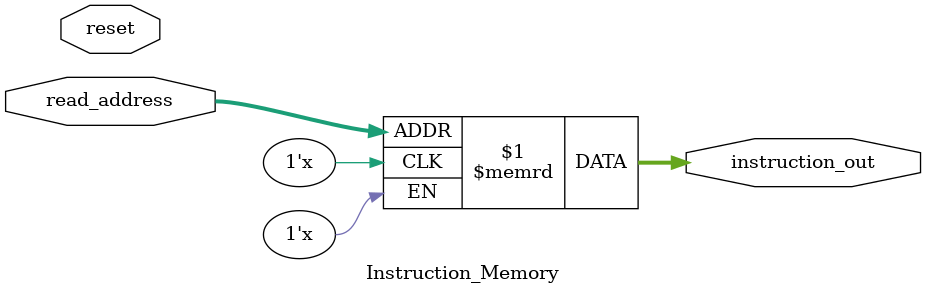
<source format=v>
module Instruction_Memory #(
    parameter MEMORY_SIZE = 1024,
    parameter MEMORY_FILE = ""
)
(
    input wire reset,
    input wire [31:0] read_address,
    output wire [31:0] instruction_out
);

reg [31:0] memory[(MEMORY_SIZE/4)-1:0];
wire [31:0] normalized_address;

assign instruction_out = memory[read_address];

integer i;

initial begin
    if(MEMORY_FILE != "") begin
        $readmemh(MEMORY_FILE, memory, 0, 14);
    end
end
    
endmodule

</source>
